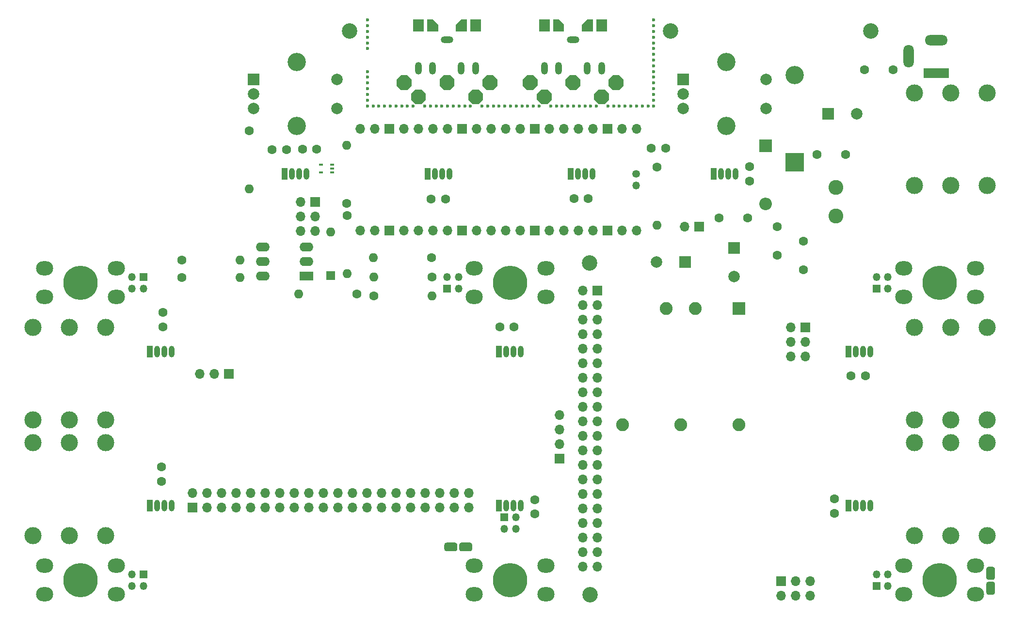
<source format=gts>
G04 #@! TF.GenerationSoftware,KiCad,Pcbnew,7.0.7-7.0.7~ubuntu23.04.1*
G04 #@! TF.CreationDate,2023-09-10T10:42:14+00:00*
G04 #@! TF.ProjectId,pedalboard-hw,70656461-6c62-46f6-9172-642d68772e6b,2.1.0*
G04 #@! TF.SameCoordinates,Original*
G04 #@! TF.FileFunction,Soldermask,Top*
G04 #@! TF.FilePolarity,Negative*
%FSLAX46Y46*%
G04 Gerber Fmt 4.6, Leading zero omitted, Abs format (unit mm)*
G04 Created by KiCad (PCBNEW 7.0.7-7.0.7~ubuntu23.04.1) date 2023-09-10 10:42:14*
%MOMM*%
%LPD*%
G01*
G04 APERTURE LIST*
%ADD10C,1.600000*%
%ADD11O,1.200000X2.200000*%
%ADD12O,2.200000X1.200000*%
%ADD13C,2.700000*%
%ADD14C,3.000000*%
%ADD15R,4.400000X1.800000*%
%ADD16O,4.000000X1.800000*%
%ADD17O,1.800000X4.000000*%
%ADD18C,6.000000*%
%ADD19R,1.350000X1.350000*%
%ADD20O,1.350000X1.350000*%
%ADD21O,1.600000X1.600000*%
%ADD22R,1.000000X2.000000*%
%ADD23O,1.000000X2.000000*%
%ADD24R,2.250000X2.250000*%
%ADD25C,2.250000*%
%ADD26R,1.700000X1.700000*%
%ADD27O,1.700000X1.700000*%
%ADD28C,0.600000*%
%ADD29O,3.000000X2.500000*%
%ADD30R,2.400000X1.600000*%
%ADD31O,2.400000X1.600000*%
%ADD32C,2.600000*%
%ADD33R,2.000000X2.000000*%
%ADD34C,2.000000*%
%ADD35C,3.200000*%
%ADD36R,1.600000X1.600000*%
%ADD37R,3.200000X3.200000*%
%ADD38O,3.200000X3.200000*%
%ADD39R,0.650000X0.400000*%
%ADD40R,2.200000X2.200000*%
%ADD41O,2.200000X2.200000*%
%ADD42C,1.350000*%
G04 APERTURE END LIST*
D10*
X146800000Y-46700000D03*
X146800000Y-49200000D03*
D11*
X121000000Y-29500000D03*
X118500000Y-29500000D03*
D12*
X116000000Y-24500000D03*
D11*
X111000000Y-29500000D03*
X113500000Y-29500000D03*
D13*
X133000000Y-23000000D03*
D14*
X28050000Y-111200000D03*
X28050000Y-94970000D03*
X21700000Y-111200000D03*
X21700000Y-94970000D03*
X34400000Y-111200000D03*
X34400000Y-94970000D03*
D10*
X158637600Y-44600000D03*
X163637600Y-44600000D03*
D15*
X179400000Y-30400000D03*
D16*
X179400000Y-24600000D03*
D17*
X174600000Y-27400000D03*
D18*
X30000000Y-119000000D03*
D19*
X41000000Y-66000000D03*
D20*
X41000000Y-68000000D03*
X39000000Y-66000000D03*
X39000000Y-68000000D03*
D10*
X130700000Y-46820000D03*
D21*
X130700000Y-56980000D03*
D22*
X115600000Y-48000000D03*
D23*
X116870000Y-48000000D03*
X118140000Y-48000000D03*
X119410000Y-48000000D03*
D18*
X105000000Y-67000000D03*
X30000000Y-67000000D03*
D14*
X28085000Y-91000000D03*
X28085000Y-74770000D03*
X21735000Y-91000000D03*
X21735000Y-74770000D03*
X34435000Y-91000000D03*
X34435000Y-74770000D03*
D24*
X144960000Y-71520000D03*
D25*
X137340000Y-71520000D03*
X132260000Y-71520000D03*
X124640000Y-91840000D03*
X134800000Y-91840000D03*
X144960000Y-91840000D03*
D14*
X181950000Y-94995000D03*
X181950000Y-111225000D03*
X188300000Y-94995000D03*
X188300000Y-111225000D03*
X175600000Y-94995000D03*
X175600000Y-111225000D03*
G36*
G01*
X93527000Y-113581000D02*
X93527000Y-112819000D01*
G75*
G02*
X93908000Y-112438000I381000J0D01*
G01*
X95432000Y-112438000D01*
G75*
G02*
X95813000Y-112819000I0J-381000D01*
G01*
X95813000Y-113581000D01*
G75*
G02*
X95432000Y-113962000I-381000J0D01*
G01*
X93908000Y-113962000D01*
G75*
G02*
X93527000Y-113581000I0J381000D01*
G01*
G37*
G36*
G01*
X96127000Y-113581000D02*
X96127000Y-112819000D01*
G75*
G02*
X96508000Y-112438000I381000J0D01*
G01*
X98032000Y-112438000D01*
G75*
G02*
X98413000Y-112819000I0J-381000D01*
G01*
X98413000Y-113581000D01*
G75*
G02*
X98032000Y-113962000I-381000J0D01*
G01*
X96508000Y-113962000D01*
G75*
G02*
X96127000Y-113581000I0J381000D01*
G01*
G37*
D22*
X140600000Y-48000000D03*
D23*
X141870000Y-48000000D03*
X143140000Y-48000000D03*
X144410000Y-48000000D03*
D10*
X109310000Y-104930000D03*
X109310000Y-107430000D03*
D22*
X103100000Y-106000000D03*
D23*
X104370000Y-106000000D03*
X105640000Y-106000000D03*
X106910000Y-106000000D03*
D13*
X118980000Y-121520000D03*
D19*
X169000000Y-120000000D03*
D20*
X169000000Y-118000000D03*
X171000000Y-120000000D03*
X171000000Y-118000000D03*
D26*
X49590000Y-106320000D03*
D27*
X49590000Y-103780000D03*
X52130000Y-106320000D03*
X52130000Y-103780000D03*
X54670000Y-106320000D03*
X54670000Y-103780000D03*
X57210000Y-106320000D03*
X57210000Y-103780000D03*
X59750000Y-106320000D03*
X59750000Y-103780000D03*
X62290000Y-106320000D03*
X62290000Y-103780000D03*
X64830000Y-106320000D03*
X64830000Y-103780000D03*
X67370000Y-106320000D03*
X67370000Y-103780000D03*
X69910000Y-106320000D03*
X69910000Y-103780000D03*
X72450000Y-106320000D03*
X72450000Y-103780000D03*
X74990000Y-106320000D03*
X74990000Y-103780000D03*
X77530000Y-106320000D03*
X77530000Y-103780000D03*
X80070000Y-106320000D03*
X80070000Y-103780000D03*
X82610000Y-106320000D03*
X82610000Y-103780000D03*
X85150000Y-106320000D03*
X85150000Y-103780000D03*
X87690000Y-106320000D03*
X87690000Y-103780000D03*
X90230000Y-106320000D03*
X90230000Y-103780000D03*
X92770000Y-106320000D03*
X92770000Y-103780000D03*
X95310000Y-106320000D03*
X95310000Y-103780000D03*
X97850000Y-106320000D03*
X97850000Y-103780000D03*
D10*
X161620000Y-107300000D03*
X161620000Y-104800000D03*
D28*
X80100000Y-21075000D03*
X80100000Y-22075000D03*
X80100000Y-23075000D03*
X80100000Y-24075000D03*
X80100000Y-25075000D03*
X80100000Y-26075000D03*
X80100000Y-30075000D03*
X80100000Y-31075000D03*
X80100000Y-32075000D03*
X80100000Y-33075000D03*
X80100000Y-34075000D03*
X80100000Y-35075000D03*
X80100000Y-36075000D03*
X81100000Y-36075000D03*
X82100000Y-36075000D03*
X83100000Y-36075000D03*
X84100000Y-36075000D03*
X85100000Y-36075000D03*
X86100000Y-36075000D03*
X87100000Y-36075000D03*
X88100000Y-36075000D03*
X90100000Y-36075000D03*
X91100000Y-36075000D03*
X92100000Y-36075000D03*
X93100000Y-36075000D03*
X94100000Y-36075000D03*
X95100000Y-36075000D03*
X96100000Y-36075000D03*
X97100000Y-36075000D03*
X98100000Y-36075000D03*
X100100000Y-36075000D03*
X101100000Y-36075000D03*
X102100000Y-36075000D03*
X103100000Y-36075000D03*
X104100000Y-36075000D03*
X105100000Y-36075000D03*
X106100000Y-36075000D03*
X107100000Y-36075000D03*
X108100000Y-36075000D03*
X109100000Y-36075000D03*
X110100000Y-36075000D03*
X112100000Y-36075000D03*
X113100000Y-36075000D03*
X114100000Y-36075000D03*
X115100000Y-36075000D03*
X116100000Y-36075000D03*
X117100000Y-36075000D03*
X118100000Y-36075000D03*
X119100000Y-36075000D03*
X120100000Y-36075000D03*
X122100000Y-36075000D03*
X123100000Y-36075000D03*
X124100000Y-36075000D03*
X125100000Y-36075000D03*
X126100000Y-36075000D03*
X127100000Y-36075000D03*
X128100000Y-36075000D03*
X129100000Y-36075000D03*
X130100000Y-21075000D03*
X130100000Y-22075000D03*
X130100000Y-23075000D03*
X130100000Y-24075000D03*
X130100000Y-25075000D03*
X130100000Y-26075000D03*
X130100000Y-27075000D03*
X130100000Y-28075000D03*
X130100000Y-29075000D03*
X130100000Y-30075000D03*
X130100000Y-31075000D03*
X130100000Y-32075000D03*
X130100000Y-33075000D03*
X130100000Y-34075000D03*
X130100000Y-35075000D03*
X130100000Y-36075000D03*
D19*
X41000000Y-118000000D03*
D20*
X41000000Y-120000000D03*
X39000000Y-118000000D03*
X39000000Y-120000000D03*
D10*
X44155000Y-101700000D03*
X44155000Y-99200000D03*
D29*
X98750000Y-64500000D03*
X111250000Y-64500000D03*
X98750000Y-69500000D03*
X111250000Y-69500000D03*
D22*
X42100000Y-79000000D03*
D23*
X43370000Y-79000000D03*
X44640000Y-79000000D03*
X45910000Y-79000000D03*
D19*
X94000000Y-68000000D03*
D20*
X94000000Y-66000000D03*
X96000000Y-68000000D03*
X96000000Y-66000000D03*
D10*
X76500000Y-53105000D03*
D21*
X76500000Y-42945000D03*
D30*
X69475000Y-65800000D03*
D31*
X69475000Y-63260000D03*
X69475000Y-60720000D03*
X61855000Y-60720000D03*
X61855000Y-63260000D03*
X61855000Y-65800000D03*
D13*
X77000000Y-23000000D03*
D32*
X161900000Y-50300000D03*
X161900000Y-55300000D03*
D14*
X181965000Y-33800000D03*
X181965000Y-50030000D03*
X188315000Y-33800000D03*
X188315000Y-50030000D03*
X175615000Y-33800000D03*
X175615000Y-50030000D03*
D10*
X63475000Y-43700000D03*
X65975000Y-43700000D03*
G36*
X107946312Y-33285921D02*
G01*
X107214079Y-32553688D01*
X107199200Y-32517767D01*
X107199200Y-31482233D01*
X107214079Y-31446312D01*
X107946312Y-30714079D01*
X107982233Y-30699200D01*
X109017767Y-30699200D01*
X109053688Y-30714079D01*
X109785921Y-31446312D01*
X109800800Y-31482233D01*
X109800800Y-32517767D01*
X109785921Y-32553688D01*
X109053688Y-33285921D01*
X109017767Y-33300800D01*
X107982233Y-33300800D01*
X107946312Y-33285921D01*
G37*
G36*
X117285921Y-32553688D02*
G01*
X116553688Y-33285921D01*
X116517767Y-33300800D01*
X115482233Y-33300800D01*
X115446312Y-33285921D01*
X114714079Y-32553688D01*
X114699200Y-32517767D01*
X114699200Y-31482233D01*
X114714079Y-31446312D01*
X115446312Y-30714079D01*
X115482233Y-30699200D01*
X116517767Y-30699200D01*
X116553688Y-30714079D01*
X117285921Y-31446312D01*
X117300800Y-31482233D01*
X117300800Y-32517767D01*
X117285921Y-32553688D01*
G37*
G36*
X122946312Y-33285921D02*
G01*
X122214079Y-32553688D01*
X122199200Y-32517767D01*
X122199200Y-31482233D01*
X122214079Y-31446312D01*
X122946312Y-30714079D01*
X122982233Y-30699200D01*
X124017767Y-30699200D01*
X124053688Y-30714079D01*
X124785921Y-31446312D01*
X124800800Y-31482233D01*
X124800800Y-32517767D01*
X124785921Y-32553688D01*
X124053688Y-33285921D01*
X124017767Y-33300800D01*
X122982233Y-33300800D01*
X122946312Y-33285921D01*
G37*
G36*
X110446312Y-35785921D02*
G01*
X109714079Y-35053688D01*
X109699200Y-35017767D01*
X109699200Y-33982233D01*
X109714079Y-33946312D01*
X110446312Y-33214079D01*
X110482233Y-33199200D01*
X111517767Y-33199200D01*
X111553688Y-33214079D01*
X112285921Y-33946312D01*
X112300800Y-33982233D01*
X112300800Y-35017767D01*
X112285921Y-35053688D01*
X111553688Y-35785921D01*
X111517767Y-35800800D01*
X110482233Y-35800800D01*
X110446312Y-35785921D01*
G37*
G36*
X120446312Y-35785921D02*
G01*
X119714079Y-35053688D01*
X119699200Y-35017767D01*
X119699200Y-33982233D01*
X119714079Y-33946312D01*
X120446312Y-33214079D01*
X120482233Y-33199200D01*
X121517767Y-33199200D01*
X121553688Y-33214079D01*
X122285921Y-33946312D01*
X122300800Y-33982233D01*
X122300800Y-35017767D01*
X122285921Y-35053688D01*
X121553688Y-35785921D01*
X121517767Y-35800800D01*
X120482233Y-35800800D01*
X120446312Y-35785921D01*
G37*
G36*
X117564079Y-23035921D02*
G01*
X117549200Y-23000000D01*
X117549200Y-21900000D01*
X117564079Y-21864079D01*
X118464079Y-20964079D01*
X118500000Y-20949200D01*
X119400000Y-20949200D01*
X119435921Y-20964079D01*
X119450800Y-21000000D01*
X119450800Y-23000000D01*
X119435921Y-23035921D01*
X119400000Y-23050800D01*
X117600000Y-23050800D01*
X117564079Y-23035921D01*
G37*
G36*
G01*
X121950800Y-21000000D02*
X121950800Y-23000000D01*
G75*
G02*
X121900000Y-23050800I-50800J0D01*
G01*
X120100000Y-23050800D01*
G75*
G02*
X120049200Y-23000000I0J50800D01*
G01*
X120049200Y-21000000D01*
G75*
G02*
X120100000Y-20949200I50800J0D01*
G01*
X121900000Y-20949200D01*
G75*
G02*
X121950800Y-21000000I0J-50800D01*
G01*
G37*
G36*
G01*
X111950800Y-21000000D02*
X111950800Y-23000000D01*
G75*
G02*
X111900000Y-23050800I-50800J0D01*
G01*
X110100000Y-23050800D01*
G75*
G02*
X110049200Y-23000000I0J50800D01*
G01*
X110049200Y-21000000D01*
G75*
G02*
X110100000Y-20949200I50800J0D01*
G01*
X111900000Y-20949200D01*
G75*
G02*
X111950800Y-21000000I0J-50800D01*
G01*
G37*
G36*
X112564079Y-23035921D02*
G01*
X112549200Y-23000000D01*
X112549200Y-21000000D01*
X112564079Y-20964079D01*
X112600000Y-20949200D01*
X113500000Y-20949200D01*
X113535921Y-20964079D01*
X114435921Y-21864079D01*
X114450800Y-21900000D01*
X114450800Y-23000000D01*
X114435921Y-23035921D01*
X114400000Y-23050800D01*
X112600000Y-23050800D01*
X112564079Y-23035921D01*
G37*
D22*
X90600000Y-48000000D03*
D23*
X91870000Y-48000000D03*
X93140000Y-48000000D03*
X94410000Y-48000000D03*
D33*
X60250000Y-31500000D03*
D34*
X60250000Y-36500000D03*
X60250000Y-34000000D03*
D35*
X67750000Y-28400000D03*
X67750000Y-39600000D03*
D34*
X74750000Y-36500000D03*
X74750000Y-31500000D03*
D10*
X68750000Y-43675000D03*
X71250000Y-43675000D03*
X164570000Y-83300000D03*
X167070000Y-83300000D03*
D33*
X144100000Y-60932323D03*
D34*
X144100000Y-65932323D03*
D19*
X169000000Y-68000000D03*
D20*
X169000000Y-66000000D03*
X171000000Y-68000000D03*
X171000000Y-66000000D03*
D18*
X180000000Y-67000000D03*
D10*
X78280000Y-68980000D03*
D21*
X68120000Y-68980000D03*
D33*
X135600000Y-63400000D03*
D34*
X130600000Y-63400000D03*
D22*
X65600000Y-48000000D03*
D23*
X66870000Y-48000000D03*
X68140000Y-48000000D03*
X69410000Y-48000000D03*
D10*
X91250000Y-52400000D03*
X93750000Y-52400000D03*
D14*
X181950000Y-74780000D03*
X181950000Y-91010000D03*
X188300000Y-74780000D03*
X188300000Y-91010000D03*
X175600000Y-74780000D03*
X175600000Y-91010000D03*
D18*
X105000000Y-119000000D03*
D29*
X23750000Y-64500000D03*
X36250000Y-64500000D03*
X23750000Y-69500000D03*
X36250000Y-69500000D03*
D10*
X129650000Y-43470000D03*
X132150000Y-43470000D03*
X47695000Y-63050000D03*
D21*
X57855000Y-63050000D03*
D33*
X160532323Y-37500000D03*
D34*
X165532323Y-37500000D03*
D19*
X104000000Y-108000000D03*
D20*
X106000000Y-108000000D03*
X104000000Y-110000000D03*
X106000000Y-110000000D03*
D22*
X164100000Y-79000000D03*
D23*
X165370000Y-79000000D03*
X166640000Y-79000000D03*
X167910000Y-79000000D03*
D10*
X81190000Y-69340000D03*
D21*
X91350000Y-69340000D03*
D22*
X42100000Y-106000000D03*
D23*
X43370000Y-106000000D03*
X44640000Y-106000000D03*
X45910000Y-106000000D03*
D10*
X76600000Y-55270000D03*
D21*
X76600000Y-65430000D03*
D10*
X146500000Y-55700000D03*
X141500000Y-55700000D03*
D36*
X73700000Y-65775000D03*
D21*
X73700000Y-58155000D03*
D10*
X116150000Y-52300000D03*
X118650000Y-52300000D03*
D37*
X154700000Y-45900000D03*
D38*
X154700000Y-30660000D03*
D10*
X91280000Y-62575000D03*
D21*
X81120000Y-62575000D03*
D10*
X171900000Y-29800000D03*
X166900000Y-29800000D03*
D13*
X118900000Y-63565600D03*
D10*
X151700000Y-57200000D03*
X151700000Y-62200000D03*
D22*
X164100000Y-106000000D03*
D23*
X165370000Y-106000000D03*
X166640000Y-106000000D03*
X167910000Y-106000000D03*
D29*
X173750000Y-116500000D03*
X186250000Y-116500000D03*
X173750000Y-121500000D03*
X186250000Y-121500000D03*
D18*
X180000000Y-119000000D03*
D29*
X173750000Y-64500000D03*
X186250000Y-64500000D03*
X173750000Y-69500000D03*
X186250000Y-69500000D03*
D10*
X103200000Y-74700000D03*
X105700000Y-74700000D03*
D29*
X23750000Y-116500000D03*
X36250000Y-116500000D03*
X23750000Y-121500000D03*
X36250000Y-121500000D03*
D13*
X168000000Y-23000000D03*
D10*
X91350000Y-65980000D03*
D21*
X81190000Y-65980000D03*
D39*
X73900000Y-47700000D03*
X73900000Y-47050000D03*
X73900000Y-46400000D03*
X72000000Y-46400000D03*
X72000000Y-47700000D03*
D33*
X135250000Y-31500000D03*
D34*
X135250000Y-36500000D03*
X135250000Y-34000000D03*
D35*
X142750000Y-28400000D03*
X142750000Y-39600000D03*
D34*
X149750000Y-36500000D03*
X149750000Y-31500000D03*
D10*
X47695000Y-66050000D03*
D21*
X57855000Y-66050000D03*
D29*
X98750000Y-116500000D03*
X111250000Y-116500000D03*
X98750000Y-121500000D03*
X111250000Y-121500000D03*
D10*
X156200000Y-64700000D03*
X156200000Y-59700000D03*
G36*
X85951812Y-33285921D02*
G01*
X85219579Y-32553688D01*
X85204700Y-32517767D01*
X85204700Y-31482233D01*
X85219579Y-31446312D01*
X85951812Y-30714079D01*
X85987733Y-30699200D01*
X87023267Y-30699200D01*
X87059188Y-30714079D01*
X87791421Y-31446312D01*
X87806300Y-31482233D01*
X87806300Y-32517767D01*
X87791421Y-32553688D01*
X87059188Y-33285921D01*
X87023267Y-33300800D01*
X85987733Y-33300800D01*
X85951812Y-33285921D01*
G37*
G36*
X95291421Y-32553688D02*
G01*
X94559188Y-33285921D01*
X94523267Y-33300800D01*
X93487733Y-33300800D01*
X93451812Y-33285921D01*
X92719579Y-32553688D01*
X92704700Y-32517767D01*
X92704700Y-31482233D01*
X92719579Y-31446312D01*
X93451812Y-30714079D01*
X93487733Y-30699200D01*
X94523267Y-30699200D01*
X94559188Y-30714079D01*
X95291421Y-31446312D01*
X95306300Y-31482233D01*
X95306300Y-32517767D01*
X95291421Y-32553688D01*
G37*
G36*
X100951812Y-33285921D02*
G01*
X100219579Y-32553688D01*
X100204700Y-32517767D01*
X100204700Y-31482233D01*
X100219579Y-31446312D01*
X100951812Y-30714079D01*
X100987733Y-30699200D01*
X102023267Y-30699200D01*
X102059188Y-30714079D01*
X102791421Y-31446312D01*
X102806300Y-31482233D01*
X102806300Y-32517767D01*
X102791421Y-32553688D01*
X102059188Y-33285921D01*
X102023267Y-33300800D01*
X100987733Y-33300800D01*
X100951812Y-33285921D01*
G37*
G36*
X88451812Y-35785921D02*
G01*
X87719579Y-35053688D01*
X87704700Y-35017767D01*
X87704700Y-33982233D01*
X87719579Y-33946312D01*
X88451812Y-33214079D01*
X88487733Y-33199200D01*
X89523267Y-33199200D01*
X89559188Y-33214079D01*
X90291421Y-33946312D01*
X90306300Y-33982233D01*
X90306300Y-35017767D01*
X90291421Y-35053688D01*
X89559188Y-35785921D01*
X89523267Y-35800800D01*
X88487733Y-35800800D01*
X88451812Y-35785921D01*
G37*
G36*
X98451812Y-35785921D02*
G01*
X97719579Y-35053688D01*
X97704700Y-35017767D01*
X97704700Y-33982233D01*
X97719579Y-33946312D01*
X98451812Y-33214079D01*
X98487733Y-33199200D01*
X99523267Y-33199200D01*
X99559188Y-33214079D01*
X100291421Y-33946312D01*
X100306300Y-33982233D01*
X100306300Y-35017767D01*
X100291421Y-35053688D01*
X99559188Y-35785921D01*
X99523267Y-35800800D01*
X98487733Y-35800800D01*
X98451812Y-35785921D01*
G37*
G36*
X95569579Y-23035921D02*
G01*
X95554700Y-23000000D01*
X95554700Y-21900000D01*
X95569579Y-21864079D01*
X96469579Y-20964079D01*
X96505500Y-20949200D01*
X97405500Y-20949200D01*
X97441421Y-20964079D01*
X97456300Y-21000000D01*
X97456300Y-23000000D01*
X97441421Y-23035921D01*
X97405500Y-23050800D01*
X95605500Y-23050800D01*
X95569579Y-23035921D01*
G37*
G36*
G01*
X99956300Y-21000000D02*
X99956300Y-23000000D01*
G75*
G02*
X99905500Y-23050800I-50800J0D01*
G01*
X98105500Y-23050800D01*
G75*
G02*
X98054700Y-23000000I0J50800D01*
G01*
X98054700Y-21000000D01*
G75*
G02*
X98105500Y-20949200I50800J0D01*
G01*
X99905500Y-20949200D01*
G75*
G02*
X99956300Y-21000000I0J-50800D01*
G01*
G37*
G36*
G01*
X89956300Y-21000000D02*
X89956300Y-23000000D01*
G75*
G02*
X89905500Y-23050800I-50800J0D01*
G01*
X88105500Y-23050800D01*
G75*
G02*
X88054700Y-23000000I0J50800D01*
G01*
X88054700Y-21000000D01*
G75*
G02*
X88105500Y-20949200I50800J0D01*
G01*
X89905500Y-20949200D01*
G75*
G02*
X89956300Y-21000000I0J-50800D01*
G01*
G37*
G36*
X90569579Y-23035921D02*
G01*
X90554700Y-23000000D01*
X90554700Y-21000000D01*
X90569579Y-20964079D01*
X90605500Y-20949200D01*
X91505500Y-20949200D01*
X91541421Y-20964079D01*
X92441421Y-21864079D01*
X92456300Y-21900000D01*
X92456300Y-23000000D01*
X92441421Y-23035921D01*
X92405500Y-23050800D01*
X90605500Y-23050800D01*
X90569579Y-23035921D01*
G37*
X44355000Y-72200000D03*
X44355000Y-74700000D03*
G36*
G01*
X188549000Y-116663000D02*
X189311000Y-116663000D01*
G75*
G02*
X189692000Y-117044000I0J-381000D01*
G01*
X189692000Y-118568000D01*
G75*
G02*
X189311000Y-118949000I-381000J0D01*
G01*
X188549000Y-118949000D01*
G75*
G02*
X188168000Y-118568000I0J381000D01*
G01*
X188168000Y-117044000D01*
G75*
G02*
X188549000Y-116663000I381000J0D01*
G01*
G37*
G36*
G01*
X188549000Y-119263000D02*
X189311000Y-119263000D01*
G75*
G02*
X189692000Y-119644000I0J-381000D01*
G01*
X189692000Y-121168000D01*
G75*
G02*
X189311000Y-121549000I-381000J0D01*
G01*
X188549000Y-121549000D01*
G75*
G02*
X188168000Y-121168000I0J381000D01*
G01*
X188168000Y-119644000D01*
G75*
G02*
X188549000Y-119263000I381000J0D01*
G01*
G37*
D40*
X149606000Y-43078400D03*
D41*
X149606000Y-53238400D03*
D22*
X103100000Y-79000000D03*
D23*
X104370000Y-79000000D03*
X105640000Y-79000000D03*
X106910000Y-79000000D03*
D10*
X59500000Y-40445000D03*
D21*
X59500000Y-50605000D03*
D11*
X99000000Y-29500000D03*
X96500000Y-29500000D03*
D12*
X94000000Y-24500000D03*
D11*
X89000000Y-29500000D03*
X91500000Y-29500000D03*
D26*
X113625000Y-97780000D03*
D27*
X113625000Y-95240000D03*
X113625000Y-92700000D03*
X113625000Y-90160000D03*
D26*
X138000000Y-57175000D03*
D27*
X135460000Y-57175000D03*
D42*
X127000000Y-48000000D03*
D20*
X127000000Y-50000000D03*
D27*
X127130000Y-57890000D03*
X124590000Y-57890000D03*
D26*
X122050000Y-57890000D03*
D27*
X119510000Y-57890000D03*
X116970000Y-57890000D03*
X114430000Y-57890000D03*
X111890000Y-57890000D03*
D26*
X109350000Y-57890000D03*
D27*
X106810000Y-57890000D03*
X104270000Y-57890000D03*
X101730000Y-57890000D03*
X99190000Y-57890000D03*
D26*
X96650000Y-57890000D03*
D27*
X94110000Y-57890000D03*
X91570000Y-57890000D03*
X89030000Y-57890000D03*
X86490000Y-57890000D03*
D26*
X83950000Y-57890000D03*
D27*
X81410000Y-57890000D03*
X78870000Y-57890000D03*
X78870000Y-40110000D03*
X81410000Y-40110000D03*
D26*
X83950000Y-40110000D03*
D27*
X86490000Y-40110000D03*
X89030000Y-40110000D03*
X91570000Y-40110000D03*
X94110000Y-40110000D03*
D26*
X96650000Y-40110000D03*
D27*
X99190000Y-40110000D03*
X101730000Y-40110000D03*
X104270000Y-40110000D03*
X106810000Y-40110000D03*
D26*
X109350000Y-40110000D03*
D27*
X111890000Y-40110000D03*
X114430000Y-40110000D03*
X116970000Y-40110000D03*
X119510000Y-40110000D03*
D26*
X122050000Y-40110000D03*
D27*
X124590000Y-40110000D03*
X127130000Y-40110000D03*
D26*
X55865000Y-82962600D03*
D27*
X53325000Y-82962600D03*
X50785000Y-82962600D03*
D26*
X120250000Y-68375600D03*
D27*
X117710000Y-68375600D03*
X120250000Y-70915600D03*
X117710000Y-70915600D03*
X120250000Y-73455600D03*
X117710000Y-73455600D03*
X120250000Y-75995600D03*
X117710000Y-75995600D03*
X120250000Y-78535600D03*
X117710000Y-78535600D03*
X120250000Y-81075600D03*
X117710000Y-81075600D03*
X120250000Y-83615600D03*
X117710000Y-83615600D03*
X120250000Y-86155600D03*
X117710000Y-86155600D03*
X120250000Y-88695600D03*
X117710000Y-88695600D03*
X120250000Y-91235600D03*
X117710000Y-91235600D03*
X120250000Y-93775600D03*
X117710000Y-93775600D03*
X120250000Y-96315600D03*
X117710000Y-96315600D03*
X120250000Y-98855600D03*
X117710000Y-98855600D03*
X120250000Y-101395600D03*
X117710000Y-101395600D03*
X120250000Y-103935600D03*
X117710000Y-103935600D03*
X120250000Y-106475600D03*
X117710000Y-106475600D03*
X120250000Y-109015600D03*
X117710000Y-109015600D03*
X120250000Y-111555600D03*
X117710000Y-111555600D03*
X120250000Y-114095600D03*
X117710000Y-114095600D03*
X120250000Y-116635600D03*
X117710000Y-116635600D03*
D26*
X156555000Y-74845600D03*
D27*
X154015000Y-74845600D03*
X156555000Y-77385600D03*
X154015000Y-77385600D03*
X156555000Y-79925600D03*
X154015000Y-79925600D03*
D26*
X152380000Y-119150600D03*
D27*
X152380000Y-121690600D03*
X154920000Y-119150600D03*
X154920000Y-121690600D03*
X157460000Y-119150600D03*
X157460000Y-121690600D03*
D26*
X71000000Y-52850000D03*
D27*
X68460000Y-52850000D03*
X71000000Y-55390000D03*
X68460000Y-55390000D03*
X71000000Y-57930000D03*
X68460000Y-57930000D03*
M02*

</source>
